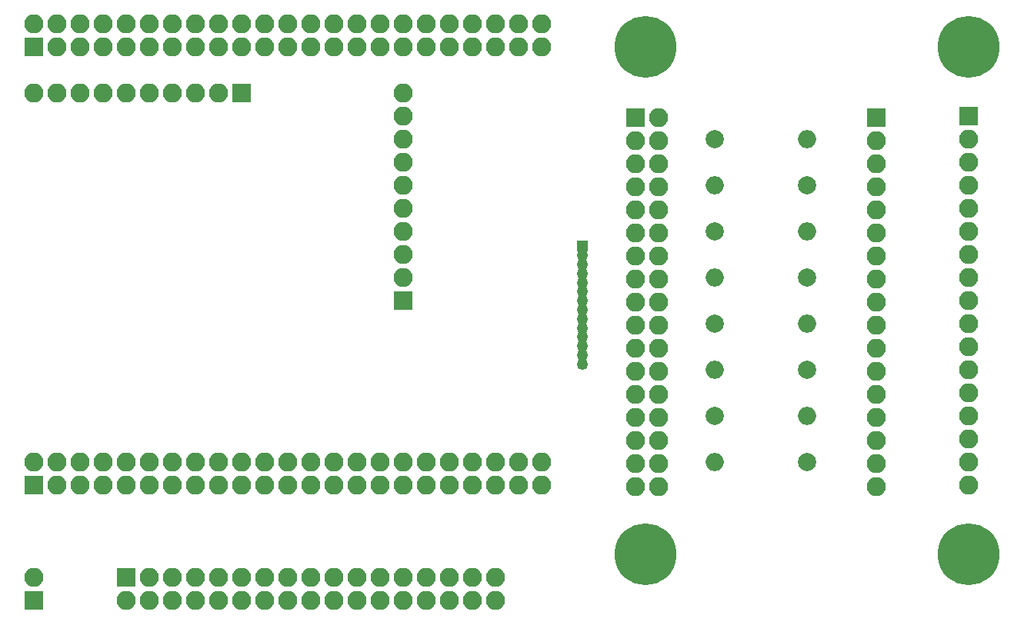
<source format=gts>
G04 #@! TF.GenerationSoftware,KiCad,Pcbnew,5.0.0-rc2-dev-unknown-r12463-620c2af3*
G04 #@! TF.CreationDate,2018-03-22T22:12:43+01:00*
G04 #@! TF.ProjectId,bela-cape2,62656C612D63617065322E6B69636164,rev?*
G04 #@! TF.SameCoordinates,Original*
G04 #@! TF.FileFunction,Soldermask,Top*
G04 #@! TF.FilePolarity,Negative*
%FSLAX46Y46*%
G04 Gerber Fmt 4.6, Leading zero omitted, Abs format (unit mm)*
G04 Created by KiCad (PCBNEW 5.0.0-rc2-dev-unknown-r12463-620c2af3) date Thu Mar 22 22:12:43 2018*
%MOMM*%
%LPD*%
G01*
G04 APERTURE LIST*
%ADD10R,2.100000X2.100000*%
%ADD11O,2.100000X2.100000*%
%ADD12O,2.000000X2.000000*%
%ADD13C,2.000000*%
%ADD14C,1.200000*%
%ADD15C,6.800000*%
%ADD16O,1.250000X1.250000*%
%ADD17R,1.250000X1.250000*%
G04 APERTURE END LIST*
D10*
X99060000Y-121920000D03*
D11*
X99060000Y-124460000D03*
X101600000Y-121920000D03*
X101600000Y-124460000D03*
X104140000Y-121920000D03*
X104140000Y-124460000D03*
X106680000Y-121920000D03*
X106680000Y-124460000D03*
X109220000Y-121920000D03*
X109220000Y-124460000D03*
X111760000Y-121920000D03*
X111760000Y-124460000D03*
X114300000Y-121920000D03*
X114300000Y-124460000D03*
X116840000Y-121920000D03*
X116840000Y-124460000D03*
X119380000Y-121920000D03*
X119380000Y-124460000D03*
X121920000Y-121920000D03*
X121920000Y-124460000D03*
X124460000Y-121920000D03*
X124460000Y-124460000D03*
X127000000Y-121920000D03*
X127000000Y-124460000D03*
X129540000Y-121920000D03*
X129540000Y-124460000D03*
X132080000Y-121920000D03*
X132080000Y-124460000D03*
X134620000Y-121920000D03*
X134620000Y-124460000D03*
X137160000Y-121920000D03*
X137160000Y-124460000D03*
X139700000Y-121920000D03*
X139700000Y-124460000D03*
X129540000Y-68580000D03*
X129540000Y-71120000D03*
X129540000Y-73660000D03*
X129540000Y-76200000D03*
X129540000Y-78740000D03*
X129540000Y-81280000D03*
X129540000Y-83820000D03*
X129540000Y-86360000D03*
X129540000Y-88900000D03*
D10*
X129540000Y-91440000D03*
X88900000Y-124460000D03*
D11*
X88900000Y-121920000D03*
D10*
X88900000Y-63500000D03*
D11*
X88900000Y-60960000D03*
X91440000Y-63500000D03*
X91440000Y-60960000D03*
X93980000Y-63500000D03*
X93980000Y-60960000D03*
X96520000Y-63500000D03*
X96520000Y-60960000D03*
X99060000Y-63500000D03*
X99060000Y-60960000D03*
X101600000Y-63500000D03*
X101600000Y-60960000D03*
X104140000Y-63500000D03*
X104140000Y-60960000D03*
X106680000Y-63500000D03*
X106680000Y-60960000D03*
X109220000Y-63500000D03*
X109220000Y-60960000D03*
X111760000Y-63500000D03*
X111760000Y-60960000D03*
X114300000Y-63500000D03*
X114300000Y-60960000D03*
X116840000Y-63500000D03*
X116840000Y-60960000D03*
X119380000Y-63500000D03*
X119380000Y-60960000D03*
X121920000Y-63500000D03*
X121920000Y-60960000D03*
X124460000Y-63500000D03*
X124460000Y-60960000D03*
X127000000Y-63500000D03*
X127000000Y-60960000D03*
X129540000Y-63500000D03*
X129540000Y-60960000D03*
X132080000Y-63500000D03*
X132080000Y-60960000D03*
X134620000Y-63500000D03*
X134620000Y-60960000D03*
X137160000Y-63500000D03*
X137160000Y-60960000D03*
X139700000Y-63500000D03*
X139700000Y-60960000D03*
X142240000Y-63500000D03*
X142240000Y-60960000D03*
X144780000Y-63500000D03*
X144780000Y-60960000D03*
X144780000Y-109220000D03*
X144780000Y-111760000D03*
X142240000Y-109220000D03*
X142240000Y-111760000D03*
X139700000Y-109220000D03*
X139700000Y-111760000D03*
X137160000Y-109220000D03*
X137160000Y-111760000D03*
X134620000Y-109220000D03*
X134620000Y-111760000D03*
X132080000Y-109220000D03*
X132080000Y-111760000D03*
X129540000Y-109220000D03*
X129540000Y-111760000D03*
X127000000Y-109220000D03*
X127000000Y-111760000D03*
X124460000Y-109220000D03*
X124460000Y-111760000D03*
X121920000Y-109220000D03*
X121920000Y-111760000D03*
X119380000Y-109220000D03*
X119380000Y-111760000D03*
X116840000Y-109220000D03*
X116840000Y-111760000D03*
X114300000Y-109220000D03*
X114300000Y-111760000D03*
X111760000Y-109220000D03*
X111760000Y-111760000D03*
X109220000Y-109220000D03*
X109220000Y-111760000D03*
X106680000Y-109220000D03*
X106680000Y-111760000D03*
X104140000Y-109220000D03*
X104140000Y-111760000D03*
X101600000Y-109220000D03*
X101600000Y-111760000D03*
X99060000Y-109220000D03*
X99060000Y-111760000D03*
X96520000Y-109220000D03*
X96520000Y-111760000D03*
X93980000Y-109220000D03*
X93980000Y-111760000D03*
X91440000Y-109220000D03*
X91440000Y-111760000D03*
X88900000Y-109220000D03*
D10*
X88900000Y-111760000D03*
X111760000Y-68580000D03*
D11*
X109220000Y-68580000D03*
X106680000Y-68580000D03*
X104140000Y-68580000D03*
X101600000Y-68580000D03*
X99060000Y-68580000D03*
X96520000Y-68580000D03*
X93980000Y-68580000D03*
X91440000Y-68580000D03*
X88900000Y-68580000D03*
D10*
X155060001Y-71232500D03*
D11*
X157600001Y-71232500D03*
X155060001Y-73772500D03*
X157600001Y-73772500D03*
X155060001Y-76312500D03*
X157600001Y-76312500D03*
X155060001Y-78852500D03*
X157600001Y-78852500D03*
X155060001Y-81392500D03*
X157600001Y-81392500D03*
X155060001Y-83932500D03*
X157600001Y-83932500D03*
X155060001Y-86472500D03*
X157600001Y-86472500D03*
X155060001Y-89012500D03*
X157600001Y-89012500D03*
X155060001Y-91552500D03*
X157600001Y-91552500D03*
X155060001Y-94092500D03*
X157600001Y-94092500D03*
X155060001Y-96632500D03*
X157600001Y-96632500D03*
X155060001Y-99172500D03*
X157600001Y-99172500D03*
X155060001Y-101712500D03*
X157600001Y-101712500D03*
X155060001Y-104252500D03*
X157600001Y-104252500D03*
X155060001Y-106792500D03*
X157600001Y-106792500D03*
X155060001Y-109332500D03*
X157600001Y-109332500D03*
X155060001Y-111872500D03*
X157600001Y-111872500D03*
D10*
X181610000Y-71232500D03*
D11*
X181610000Y-73772500D03*
X181610000Y-76312500D03*
X181610000Y-78852500D03*
X181610000Y-81392500D03*
X181610000Y-83932500D03*
X181610000Y-86472500D03*
X181610000Y-89012500D03*
X181610000Y-91552500D03*
X181610000Y-94092500D03*
X181610000Y-96632500D03*
X181610000Y-99172500D03*
X181610000Y-101712500D03*
X181610000Y-104252500D03*
X181610000Y-106792500D03*
X181610000Y-109332500D03*
X181610000Y-111872500D03*
X191770000Y-111760000D03*
X191770000Y-109220000D03*
X191770000Y-106680000D03*
X191770000Y-104140000D03*
X191770000Y-101600000D03*
X191770000Y-99060000D03*
X191770000Y-96520000D03*
X191770000Y-93980000D03*
X191770000Y-91440000D03*
X191770000Y-88900000D03*
X191770000Y-86360000D03*
X191770000Y-83820000D03*
X191770000Y-81280000D03*
X191770000Y-78740000D03*
X191770000Y-76200000D03*
X191770000Y-73660000D03*
D10*
X191770000Y-71120000D03*
D12*
X173990000Y-73660000D03*
D13*
X163830000Y-73660000D03*
D12*
X163830000Y-78740000D03*
D13*
X173990000Y-78740000D03*
X163830000Y-83820000D03*
D12*
X173990000Y-83820000D03*
D13*
X173990000Y-88900000D03*
D12*
X163830000Y-88900000D03*
X173990000Y-93980000D03*
D13*
X163830000Y-93980000D03*
D12*
X163830000Y-99060000D03*
D13*
X173990000Y-99060000D03*
X163830000Y-104140000D03*
D12*
X173990000Y-104140000D03*
D13*
X173990000Y-109220000D03*
D12*
X163830000Y-109220000D03*
D14*
X157907056Y-61802944D03*
X156210000Y-61100000D03*
X154512944Y-61802944D03*
X153810000Y-63500000D03*
X154512944Y-65197056D03*
X156210000Y-65900000D03*
X157907056Y-65197056D03*
X158610000Y-63500000D03*
D15*
X156210000Y-63500000D03*
X191770000Y-63500000D03*
D14*
X194170000Y-63500000D03*
X193467056Y-65197056D03*
X191770000Y-65900000D03*
X190072944Y-65197056D03*
X189370000Y-63500000D03*
X190072944Y-61802944D03*
X191770000Y-61100000D03*
X193467056Y-61802944D03*
X157907056Y-117682944D03*
X156210000Y-116980000D03*
X154512944Y-117682944D03*
X153810000Y-119380000D03*
X154512944Y-121077056D03*
X156210000Y-121780000D03*
X157907056Y-121077056D03*
X158610000Y-119380000D03*
D15*
X156210000Y-119380000D03*
X191770000Y-119380000D03*
D14*
X194170000Y-119380000D03*
X193467056Y-121077056D03*
X191770000Y-121780000D03*
X190072944Y-121077056D03*
X189370000Y-119380000D03*
X190072944Y-117682944D03*
X191770000Y-116980000D03*
X193467056Y-117682944D03*
D16*
X149225000Y-98440000D03*
X149225000Y-97440000D03*
X149225000Y-96440000D03*
X149225000Y-95440000D03*
X149225000Y-94440000D03*
X149225000Y-93440000D03*
X149225000Y-92440000D03*
X149225000Y-91440000D03*
X149225000Y-90440000D03*
X149225000Y-89440000D03*
X149225000Y-88440000D03*
X149225000Y-87440000D03*
X149225000Y-86440000D03*
D17*
X149225000Y-85440000D03*
M02*

</source>
